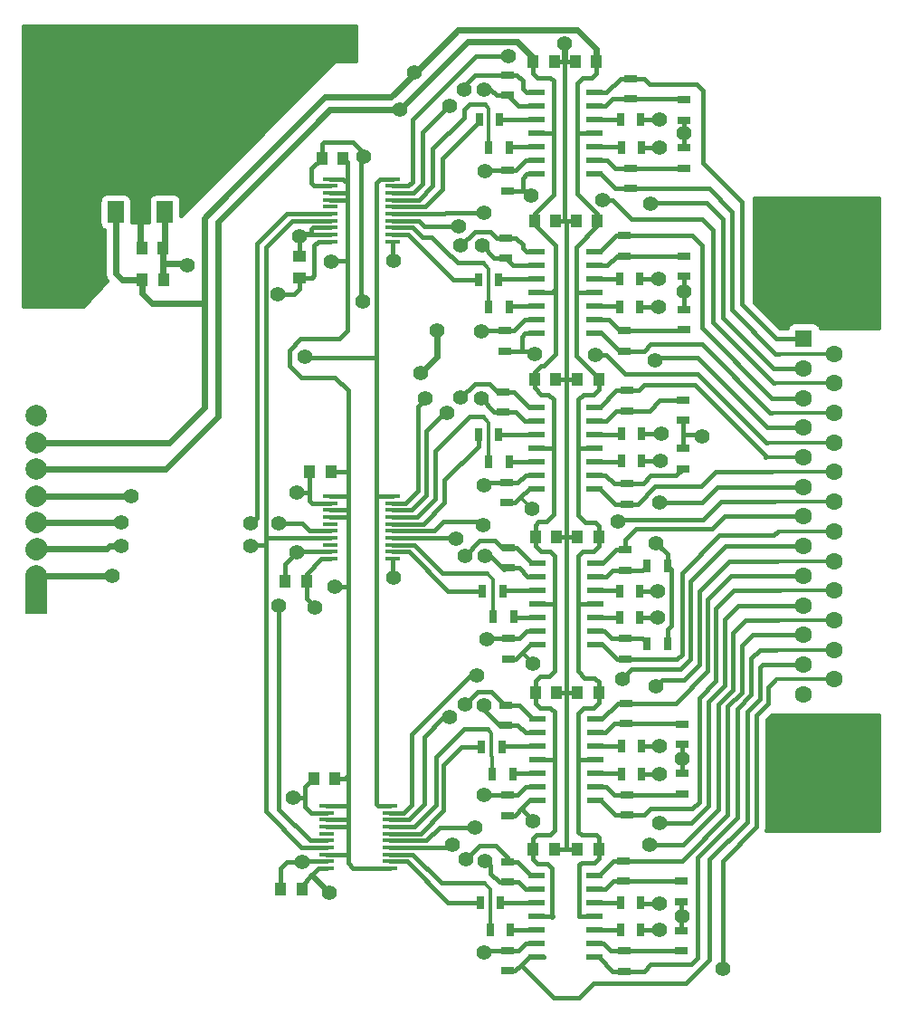
<source format=gbr>
G04 #@! TF.GenerationSoftware,KiCad,Pcbnew,(5.1.2)-1*
G04 #@! TF.CreationDate,2019-12-09T15:06:57+03:00*
G04 #@! TF.ProjectId,DAC_board,4441435f-626f-4617-9264-2e6b69636164,rev?*
G04 #@! TF.SameCoordinates,Original*
G04 #@! TF.FileFunction,Copper,L2,Bot*
G04 #@! TF.FilePolarity,Positive*
%FSLAX46Y46*%
G04 Gerber Fmt 4.6, Leading zero omitted, Abs format (unit mm)*
G04 Created by KiCad (PCBNEW (5.1.2)-1) date 2019-12-09 15:06:57*
%MOMM*%
%LPD*%
G04 APERTURE LIST*
%ADD10C,4.000000*%
%ADD11C,1.600000*%
%ADD12R,1.600000X1.600000*%
%ADD13R,1.000000X1.250000*%
%ADD14R,1.250000X1.000000*%
%ADD15R,0.700000X1.300000*%
%ADD16R,1.300000X0.700000*%
%ADD17R,1.450000X0.450000*%
%ADD18R,1.500000X0.600000*%
%ADD19R,3.800000X2.000000*%
%ADD20R,1.500000X2.000000*%
%ADD21C,2.000000*%
%ADD22R,2.000000X2.000000*%
%ADD23C,1.400000*%
%ADD24C,0.600000*%
%ADD25C,0.400000*%
%ADD26C,0.500000*%
%ADD27C,2.000000*%
%ADD28C,0.300000*%
G04 APERTURE END LIST*
D10*
X191220000Y-71370000D03*
X191220000Y-118470000D03*
D11*
X192640000Y-110155000D03*
X192640000Y-107385000D03*
X192640000Y-104615000D03*
X192640000Y-101845000D03*
X192640000Y-99075000D03*
X192640000Y-96305000D03*
X192640000Y-93535000D03*
X192640000Y-90765000D03*
X192640000Y-87995000D03*
X192640000Y-85225000D03*
X192640000Y-82455000D03*
X192640000Y-79685000D03*
X189800000Y-111540000D03*
X189800000Y-108770000D03*
X189800000Y-106000000D03*
X189800000Y-103230000D03*
X189800000Y-100460000D03*
X189800000Y-97690000D03*
X189800000Y-94920000D03*
X189800000Y-92150000D03*
X189800000Y-89380000D03*
X189800000Y-86610000D03*
X189800000Y-83840000D03*
X189800000Y-81070000D03*
D12*
X189800000Y-78300000D03*
D13*
X170400000Y-52400000D03*
X168400000Y-52400000D03*
X170500000Y-67300000D03*
X168500000Y-67300000D03*
X170600000Y-82100000D03*
X168600000Y-82100000D03*
X170600000Y-96800000D03*
X168600000Y-96800000D03*
X170600000Y-111400000D03*
X168600000Y-111400000D03*
X170600000Y-126000000D03*
X168600000Y-126000000D03*
X146700000Y-61400000D03*
X144700000Y-61400000D03*
X145550000Y-90700000D03*
X143550000Y-90700000D03*
X145950000Y-119400000D03*
X143950000Y-119400000D03*
X166500000Y-52400000D03*
X164500000Y-52400000D03*
X166600000Y-67300000D03*
X164600000Y-67300000D03*
X166600000Y-82100000D03*
X164600000Y-82100000D03*
X166700000Y-96800000D03*
X164700000Y-96800000D03*
X166700000Y-111400000D03*
X164700000Y-111400000D03*
X166500000Y-126000000D03*
X164500000Y-126000000D03*
D14*
X142600000Y-72600000D03*
X142600000Y-70600000D03*
D13*
X143250000Y-100950000D03*
X141250000Y-100950000D03*
X142850000Y-129750000D03*
X140850000Y-129750000D03*
X127850000Y-69800000D03*
X129850000Y-69800000D03*
X127900000Y-72750000D03*
X129900000Y-72750000D03*
D15*
X172650000Y-57800000D03*
X174550000Y-57800000D03*
X172750000Y-60400000D03*
X174650000Y-60400000D03*
D16*
X178600000Y-55950000D03*
X178600000Y-57850000D03*
X173600000Y-53950000D03*
X173600000Y-55850000D03*
X178600000Y-62350000D03*
X178600000Y-60450000D03*
X173600000Y-64250000D03*
X173600000Y-62350000D03*
D15*
X162250000Y-60400000D03*
X160350000Y-60400000D03*
X161350000Y-57800000D03*
X159450000Y-57800000D03*
D16*
X162100000Y-64450000D03*
X162100000Y-62550000D03*
X162100000Y-53650000D03*
X162100000Y-55550000D03*
D15*
X172550000Y-72700000D03*
X174450000Y-72700000D03*
X172550000Y-75300000D03*
X174450000Y-75300000D03*
D16*
X178600000Y-70550000D03*
X178600000Y-72450000D03*
X173000000Y-68650000D03*
X173000000Y-70550000D03*
X178600000Y-77450000D03*
X178600000Y-75550000D03*
X173000000Y-79450000D03*
X173000000Y-77550000D03*
D15*
X162250000Y-75300000D03*
X160350000Y-75300000D03*
X161250000Y-72800000D03*
X159350000Y-72800000D03*
D16*
X161800000Y-79450000D03*
X161800000Y-77550000D03*
X161900000Y-68850000D03*
X161900000Y-70750000D03*
D15*
X172750000Y-87200000D03*
X174650000Y-87200000D03*
X172750000Y-89700000D03*
X174650000Y-89700000D03*
D16*
X178500000Y-84050000D03*
X178500000Y-85950000D03*
X173300000Y-83150000D03*
X173300000Y-85050000D03*
X178500000Y-90450000D03*
X178500000Y-88550000D03*
X173300000Y-93750000D03*
X173300000Y-91850000D03*
D15*
X162250000Y-89800000D03*
X160350000Y-89800000D03*
X161250000Y-87300000D03*
X159350000Y-87300000D03*
D16*
X162000000Y-93650000D03*
X162000000Y-91750000D03*
X161700000Y-83250000D03*
X161700000Y-85150000D03*
D15*
X172550000Y-101900000D03*
X174450000Y-101900000D03*
X172550000Y-104400000D03*
X174450000Y-104400000D03*
X175150000Y-99500000D03*
X177050000Y-99500000D03*
D16*
X173100000Y-98050000D03*
X173100000Y-99950000D03*
D15*
X175150000Y-106800000D03*
X177050000Y-106800000D03*
D16*
X173100000Y-108250000D03*
X173100000Y-106350000D03*
D15*
X162650000Y-104300000D03*
X160750000Y-104300000D03*
X161650000Y-101900000D03*
X159750000Y-101900000D03*
D16*
X162200000Y-108250000D03*
X162200000Y-106350000D03*
X162200000Y-97850000D03*
X162200000Y-99750000D03*
D15*
X172725000Y-116400000D03*
X174625000Y-116400000D03*
X172750000Y-119000000D03*
X174650000Y-119000000D03*
D16*
X178400000Y-114350000D03*
X178400000Y-116250000D03*
X173200000Y-112400000D03*
X173200000Y-114300000D03*
X178400000Y-120850000D03*
X178400000Y-118950000D03*
X173275000Y-122850000D03*
X173275000Y-120950000D03*
D15*
X162575000Y-119000000D03*
X160675000Y-119000000D03*
X161550000Y-116500000D03*
X159650000Y-116500000D03*
D16*
X162125000Y-122875000D03*
X162125000Y-120975000D03*
X161900000Y-112550000D03*
X161900000Y-114450000D03*
D15*
X172675000Y-131025000D03*
X174575000Y-131025000D03*
X172675000Y-133575000D03*
X174575000Y-133575000D03*
D16*
X178375000Y-129025000D03*
X178375000Y-130925000D03*
X172925000Y-127100000D03*
X172925000Y-129000000D03*
X178375000Y-135550000D03*
X178375000Y-133650000D03*
X172975000Y-137450000D03*
X172975000Y-135550000D03*
D15*
X162375000Y-133600000D03*
X160475000Y-133600000D03*
X161425000Y-131025000D03*
X159525000Y-131025000D03*
D16*
X162075000Y-137425000D03*
X162075000Y-135525000D03*
X162075000Y-127225000D03*
X162075000Y-129125000D03*
D17*
X151375000Y-63350000D03*
X151375000Y-64000000D03*
X151375000Y-64650000D03*
X151375000Y-65300000D03*
X151375000Y-65950000D03*
X151375000Y-66600000D03*
X151375000Y-67250000D03*
X151375000Y-67900000D03*
X151375000Y-68550000D03*
X151375000Y-69200000D03*
X145475000Y-69200000D03*
X145475000Y-68550000D03*
X145475000Y-67900000D03*
X145475000Y-67250000D03*
X145475000Y-66600000D03*
X145475000Y-65950000D03*
X145475000Y-65300000D03*
X145475000Y-64650000D03*
X145475000Y-64000000D03*
X145475000Y-63350000D03*
X151375000Y-93025000D03*
X151375000Y-93675000D03*
X151375000Y-94325000D03*
X151375000Y-94975000D03*
X151375000Y-95625000D03*
X151375000Y-96275000D03*
X151375000Y-96925000D03*
X151375000Y-97575000D03*
X151375000Y-98225000D03*
X151375000Y-98875000D03*
X145475000Y-98875000D03*
X145475000Y-98225000D03*
X145475000Y-97575000D03*
X145475000Y-96925000D03*
X145475000Y-96275000D03*
X145475000Y-95625000D03*
X145475000Y-94975000D03*
X145475000Y-94325000D03*
X145475000Y-93675000D03*
X145475000Y-93025000D03*
X151050000Y-121975000D03*
X151050000Y-122625000D03*
X151050000Y-123275000D03*
X151050000Y-123925000D03*
X151050000Y-124575000D03*
X151050000Y-125225000D03*
X151050000Y-125875000D03*
X151050000Y-126525000D03*
X151050000Y-127175000D03*
X151050000Y-127825000D03*
X145150000Y-127825000D03*
X145150000Y-127175000D03*
X145150000Y-126525000D03*
X145150000Y-125875000D03*
X145150000Y-125225000D03*
X145150000Y-124575000D03*
X145150000Y-123925000D03*
X145150000Y-123275000D03*
X145150000Y-122625000D03*
X145150000Y-121975000D03*
D18*
X170200000Y-55290000D03*
X170200000Y-56560000D03*
X170200000Y-57830000D03*
X170200000Y-59100000D03*
X170200000Y-60370000D03*
X170200000Y-61640000D03*
X170200000Y-62910000D03*
X164800000Y-62910000D03*
X164800000Y-61640000D03*
X164800000Y-60370000D03*
X164800000Y-59100000D03*
X164800000Y-57830000D03*
X164800000Y-56560000D03*
X164800000Y-55290000D03*
X170200000Y-70190000D03*
X170200000Y-71460000D03*
X170200000Y-72730000D03*
X170200000Y-74000000D03*
X170200000Y-75270000D03*
X170200000Y-76540000D03*
X170200000Y-77810000D03*
X164800000Y-77810000D03*
X164800000Y-76540000D03*
X164800000Y-75270000D03*
X164800000Y-74000000D03*
X164800000Y-72730000D03*
X164800000Y-71460000D03*
X164800000Y-70190000D03*
X170200000Y-84690000D03*
X170200000Y-85960000D03*
X170200000Y-87230000D03*
X170200000Y-88500000D03*
X170200000Y-89770000D03*
X170200000Y-91040000D03*
X170200000Y-92310000D03*
X164800000Y-92310000D03*
X164800000Y-91040000D03*
X164800000Y-89770000D03*
X164800000Y-88500000D03*
X164800000Y-87230000D03*
X164800000Y-85960000D03*
X164800000Y-84690000D03*
X170300000Y-99290000D03*
X170300000Y-100560000D03*
X170300000Y-101830000D03*
X170300000Y-103100000D03*
X170300000Y-104370000D03*
X170300000Y-105640000D03*
X170300000Y-106910000D03*
X164900000Y-106910000D03*
X164900000Y-105640000D03*
X164900000Y-104370000D03*
X164900000Y-103100000D03*
X164900000Y-101830000D03*
X164900000Y-100560000D03*
X164900000Y-99290000D03*
X170300000Y-113890000D03*
X170300000Y-115160000D03*
X170300000Y-116430000D03*
X170300000Y-117700000D03*
X170300000Y-118970000D03*
X170300000Y-120240000D03*
X170300000Y-121510000D03*
X164900000Y-121510000D03*
X164900000Y-120240000D03*
X164900000Y-118970000D03*
X164900000Y-117700000D03*
X164900000Y-116430000D03*
X164900000Y-115160000D03*
X164900000Y-113890000D03*
X170200000Y-128490000D03*
X170200000Y-129760000D03*
X170200000Y-131030000D03*
X170200000Y-132300000D03*
X170200000Y-133570000D03*
X170200000Y-134840000D03*
X170200000Y-136110000D03*
X164800000Y-136110000D03*
X164800000Y-134840000D03*
X164800000Y-133570000D03*
X164800000Y-132300000D03*
X164800000Y-131030000D03*
X164800000Y-129760000D03*
X164800000Y-128490000D03*
D19*
X127700000Y-60150000D03*
D20*
X127700000Y-66450000D03*
X125400000Y-66450000D03*
X130000000Y-66450000D03*
D21*
X118000000Y-85490000D03*
X118000000Y-87990000D03*
X118000000Y-90490000D03*
X118000000Y-92990000D03*
X118000000Y-95490000D03*
X118000000Y-97990000D03*
X118000000Y-100490000D03*
D22*
X118000000Y-103000000D03*
D23*
X153400000Y-53400000D03*
X142600000Y-68700000D03*
X148500000Y-74850000D03*
X148600000Y-61300000D03*
X167400000Y-50700000D03*
X132100000Y-71400000D03*
X142000000Y-121200000D03*
X142850000Y-127200000D03*
X142400000Y-92700000D03*
X142400000Y-98250000D03*
X155500000Y-77500000D03*
X154000000Y-81500000D03*
X137200000Y-60100000D03*
X151400000Y-71000000D03*
X145600000Y-71100000D03*
X151400000Y-100650000D03*
X145900000Y-101500000D03*
X152000000Y-56900000D03*
X125100000Y-100500000D03*
X126900000Y-93000000D03*
X145400000Y-130100000D03*
X140600000Y-74100000D03*
X144050000Y-103400000D03*
X125900000Y-97700000D03*
X175500000Y-65700000D03*
X164325000Y-64925000D03*
X175900000Y-80300000D03*
X164600000Y-79700000D03*
X164400000Y-94200000D03*
X176300000Y-93600000D03*
X172800000Y-110100000D03*
X164500000Y-108700000D03*
X164500000Y-123400000D03*
X176300000Y-123600000D03*
X158000000Y-55000000D03*
X171000000Y-65300000D03*
X170300000Y-79800000D03*
X157700000Y-69600000D03*
X157700000Y-83800000D03*
X172400000Y-95400000D03*
X176000000Y-110800000D03*
X158100000Y-98600000D03*
X158100000Y-112500000D03*
X175400000Y-125600000D03*
X182200000Y-137200000D03*
X158200000Y-127000000D03*
X162200000Y-51900000D03*
X176300000Y-57800000D03*
X156700000Y-56500000D03*
X176300000Y-60400000D03*
X180300000Y-87400000D03*
X176000000Y-97400000D03*
X178400000Y-132300000D03*
X178400000Y-117600000D03*
X178600000Y-73900000D03*
X178600000Y-59100000D03*
X160000000Y-62600000D03*
X159900000Y-55000000D03*
X140700000Y-103300000D03*
X138050000Y-95600000D03*
X140700000Y-95550000D03*
X138050000Y-97650000D03*
X159900000Y-66500000D03*
X176200000Y-72700000D03*
X157500000Y-67800000D03*
X176200000Y-75300000D03*
X159600000Y-77600000D03*
X159700000Y-69600000D03*
X176500000Y-87200000D03*
X154400000Y-83900000D03*
X176400000Y-89700000D03*
X156400000Y-85200000D03*
X159900000Y-92000000D03*
X159600000Y-83900000D03*
X176100000Y-101900000D03*
X159800000Y-95700000D03*
X176100000Y-104400000D03*
X157300000Y-97000000D03*
X160100000Y-106400000D03*
X160000000Y-98600000D03*
X176300000Y-116400000D03*
X159200000Y-109800000D03*
X176300000Y-119000000D03*
X156700000Y-113700000D03*
X159900000Y-121000000D03*
X159900000Y-112600000D03*
X176300000Y-131100000D03*
X159000000Y-124000000D03*
X176300000Y-133600000D03*
X156900000Y-125600000D03*
X159900000Y-135700000D03*
X160000000Y-127100000D03*
X143100000Y-80000000D03*
X125900000Y-95500000D03*
D24*
X128800000Y-74950000D02*
X133700000Y-74950000D01*
X127900000Y-72750000D02*
X127900000Y-74050000D01*
X127900000Y-74050000D02*
X128800000Y-74950000D01*
X133600000Y-75000000D02*
X133700000Y-75000000D01*
X133650000Y-75000000D02*
X133600000Y-75000000D01*
X133700000Y-74950000D02*
X133650000Y-75000000D01*
X121510000Y-87990000D02*
X130410000Y-87990000D01*
X130410000Y-87990000D02*
X133700000Y-84700000D01*
X133700000Y-84700000D02*
X133700000Y-75000000D01*
X135850000Y-64850000D02*
X145000000Y-55700000D01*
X133700000Y-75000000D02*
X133700000Y-67000000D01*
X133700000Y-67000000D02*
X135850000Y-64850000D01*
X145000000Y-55700000D02*
X151150000Y-55700000D01*
X121510000Y-87990000D02*
X121500000Y-88000000D01*
D25*
X153700000Y-53100000D02*
X153750000Y-53100000D01*
X153400000Y-53400000D02*
X153700000Y-53100000D01*
D24*
X125400000Y-66450000D02*
X125400000Y-72150000D01*
X126000000Y-72750000D02*
X127900000Y-72750000D01*
X125400000Y-72150000D02*
X126000000Y-72750000D01*
X170400000Y-52400000D02*
X170400000Y-51200000D01*
X170400000Y-51200000D02*
X168600000Y-49400000D01*
X168600000Y-49400000D02*
X157450000Y-49400000D01*
X157450000Y-49400000D02*
X153750000Y-53100000D01*
X153750000Y-53100000D02*
X151150000Y-55700000D01*
D25*
X151150000Y-55700000D02*
X151100000Y-55750000D01*
X170600000Y-126000000D02*
X170600000Y-126900000D01*
X168800000Y-132300000D02*
X170200000Y-132300000D01*
X168800000Y-132300000D02*
X168800000Y-132300000D01*
X168800000Y-127500000D02*
X168800000Y-132300000D01*
X169000000Y-127300000D02*
X168800000Y-127500000D01*
X170200000Y-127300000D02*
X169000000Y-127300000D01*
X170600000Y-126900000D02*
X170200000Y-127300000D01*
X168700000Y-123000000D02*
X168700000Y-124400000D01*
X168700000Y-117700000D02*
X168700000Y-123000000D01*
X170600000Y-124900000D02*
X170600000Y-126000000D01*
X170400000Y-124700000D02*
X170600000Y-124900000D01*
X169000000Y-124700000D02*
X170400000Y-124700000D01*
X168700000Y-124400000D02*
X169000000Y-124700000D01*
X170600000Y-111400000D02*
X170600000Y-112300000D01*
X170100000Y-112800000D02*
X169200000Y-112800000D01*
X169200000Y-112800000D02*
X168700000Y-113300000D01*
X168700000Y-113300000D02*
X168700000Y-117700000D01*
X168700000Y-117700000D02*
X170300000Y-117700000D01*
X170600000Y-112300000D02*
X170100000Y-112800000D01*
X168700000Y-103100000D02*
X168700000Y-109400000D01*
X170600000Y-110400000D02*
X170600000Y-111400000D01*
X170200000Y-110000000D02*
X170600000Y-110400000D01*
X169300000Y-110000000D02*
X170200000Y-110000000D01*
X168700000Y-109400000D02*
X169300000Y-110000000D01*
X169100000Y-98200000D02*
X169100000Y-98200000D01*
X170100000Y-98200000D02*
X169100000Y-98200000D01*
X170600000Y-97700000D02*
X170100000Y-98200000D01*
X168700000Y-103100000D02*
X170300000Y-103100000D01*
X168700000Y-98600000D02*
X168700000Y-103100000D01*
X169100000Y-98200000D02*
X168700000Y-98600000D01*
X170600000Y-96800000D02*
X170600000Y-97700000D01*
X168700000Y-88400000D02*
X168700000Y-94800000D01*
X170600000Y-95800000D02*
X170600000Y-96800000D01*
X170300000Y-95500000D02*
X170600000Y-95800000D01*
X169400000Y-95500000D02*
X170300000Y-95500000D01*
X168700000Y-94800000D02*
X169400000Y-95500000D01*
X170600000Y-82100000D02*
X170600000Y-83000000D01*
X168700000Y-84000000D02*
X168700000Y-88400000D01*
X168700000Y-88400000D02*
X168700000Y-88500000D01*
X168700000Y-88500000D02*
X170200000Y-88500000D01*
X169200000Y-83500000D02*
X168700000Y-84000000D01*
X170100000Y-83500000D02*
X169200000Y-83500000D01*
X170600000Y-83000000D02*
X170100000Y-83500000D01*
X170400000Y-82100000D02*
X170400000Y-82400000D01*
X168500000Y-73700000D02*
X168500000Y-79900000D01*
X168500000Y-79900000D02*
X170400000Y-81800000D01*
X170400000Y-81800000D02*
X170400000Y-82100000D01*
X168600000Y-59000000D02*
X168600000Y-64700000D01*
X170500000Y-66600000D02*
X170500000Y-67300000D01*
X168600000Y-64700000D02*
X170500000Y-66600000D01*
X170500000Y-67300000D02*
X170500000Y-67700000D01*
X170500000Y-67700000D02*
X168500000Y-69700000D01*
X168500000Y-69700000D02*
X168500000Y-73700000D01*
X168500000Y-73700000D02*
X168500000Y-73800000D01*
X168500000Y-73800000D02*
X168700000Y-74000000D01*
X168700000Y-74000000D02*
X170200000Y-74000000D01*
X170400000Y-52400000D02*
X170400000Y-53500000D01*
X168700000Y-59100000D02*
X170200000Y-59100000D01*
X168600000Y-59000000D02*
X168700000Y-59100000D01*
X168600000Y-54400000D02*
X168600000Y-59000000D01*
X169100000Y-53900000D02*
X168600000Y-54400000D01*
X170000000Y-53900000D02*
X169100000Y-53900000D01*
X170400000Y-53500000D02*
X170000000Y-53900000D01*
D24*
X121510000Y-87990000D02*
X118010000Y-87990000D01*
D25*
X142600000Y-70600000D02*
X142600000Y-68700000D01*
D26*
X143900000Y-68550000D02*
X142750000Y-68550000D01*
X142750000Y-68550000D02*
X142600000Y-68700000D01*
D25*
X144700000Y-61400000D02*
X144700000Y-60100000D01*
X144700000Y-60100000D02*
X144900000Y-59900000D01*
X144900000Y-59900000D02*
X147600000Y-59900000D01*
X147600000Y-59900000D02*
X148600000Y-60900000D01*
X148600000Y-60900000D02*
X148600000Y-61300000D01*
X145475000Y-64000000D02*
X144000000Y-64000000D01*
X143700000Y-62400000D02*
X144700000Y-61400000D01*
X143700000Y-63700000D02*
X143700000Y-62400000D01*
X144000000Y-64000000D02*
X143700000Y-63700000D01*
X148400000Y-63800000D02*
X148400000Y-61500000D01*
X148500000Y-74850000D02*
X148400000Y-74750000D01*
X148400000Y-63800000D02*
X148400000Y-74750000D01*
X148400000Y-61500000D02*
X148600000Y-61300000D01*
D24*
X167400000Y-52400000D02*
X167400000Y-50700000D01*
X132000000Y-71300000D02*
X129850000Y-71300000D01*
X132100000Y-71400000D02*
X132000000Y-71300000D01*
X129850000Y-69800000D02*
X129850000Y-71300000D01*
X129850000Y-71300000D02*
X129850000Y-72700000D01*
X129850000Y-72700000D02*
X129900000Y-72750000D01*
X130000000Y-66450000D02*
X130000000Y-69650000D01*
D25*
X130000000Y-69650000D02*
X129850000Y-69800000D01*
X140850000Y-129750000D02*
X140850000Y-127800000D01*
X141450000Y-127200000D02*
X142850000Y-127200000D01*
X140850000Y-127800000D02*
X141450000Y-127200000D01*
X141250000Y-100950000D02*
X141250000Y-99400000D01*
X141250000Y-99400000D02*
X142400000Y-98250000D01*
X145150000Y-127175000D02*
X142875000Y-127175000D01*
X142000000Y-121200000D02*
X143150000Y-121200000D01*
X142875000Y-127175000D02*
X142850000Y-127200000D01*
X143150000Y-121200000D02*
X143000000Y-121200000D01*
X143000000Y-121200000D02*
X143150000Y-121200000D01*
X145475000Y-98225000D02*
X142425000Y-98225000D01*
X142425000Y-98225000D02*
X142400000Y-98250000D01*
X142400000Y-92700000D02*
X143550000Y-92700000D01*
X143550000Y-92700000D02*
X143450000Y-92700000D01*
X143450000Y-92700000D02*
X143550000Y-92700000D01*
X145475000Y-67900000D02*
X143900000Y-67900000D01*
X143900000Y-68550000D02*
X145475000Y-68550000D01*
X143750000Y-68400000D02*
X143900000Y-68550000D01*
X143750000Y-68050000D02*
X143750000Y-68400000D01*
X143900000Y-67900000D02*
X143750000Y-68050000D01*
X145150000Y-122625000D02*
X143725000Y-122625000D01*
X143150000Y-120200000D02*
X143950000Y-119400000D01*
X143150000Y-122050000D02*
X143150000Y-121200000D01*
X143150000Y-121200000D02*
X143150000Y-120200000D01*
X143725000Y-122625000D02*
X143150000Y-122050000D01*
X145475000Y-93675000D02*
X143775000Y-93675000D01*
X143550000Y-93450000D02*
X143550000Y-92700000D01*
X143550000Y-92700000D02*
X143550000Y-90700000D01*
X143775000Y-93675000D02*
X143550000Y-93450000D01*
X167600000Y-111400000D02*
X167600000Y-126000000D01*
X167600000Y-126000000D02*
X167600000Y-125900000D01*
X167600000Y-125900000D02*
X167600000Y-126000000D01*
X168800000Y-126000000D02*
X167800000Y-126000000D01*
X167800000Y-126000000D02*
X167600000Y-126000000D01*
X167600000Y-126000000D02*
X166600000Y-126000000D01*
X167600000Y-96600000D02*
X167600000Y-111400000D01*
X167500000Y-111300000D02*
X167500000Y-111400000D01*
X167600000Y-111400000D02*
X167500000Y-111300000D01*
X166700000Y-111400000D02*
X167500000Y-111400000D01*
X167500000Y-111400000D02*
X168600000Y-111400000D01*
X167600000Y-82000000D02*
X167600000Y-96600000D01*
X167600000Y-96600000D02*
X167600000Y-96800000D01*
X167600000Y-96800000D02*
X167600000Y-96700000D01*
X167600000Y-96700000D02*
X167600000Y-96800000D01*
X166700000Y-96800000D02*
X167600000Y-96800000D01*
X167600000Y-96800000D02*
X168600000Y-96800000D01*
X167600000Y-67300000D02*
X167600000Y-82000000D01*
X167600000Y-82000000D02*
X167500000Y-82100000D01*
X166500000Y-82100000D02*
X167500000Y-82100000D01*
X167500000Y-82100000D02*
X168400000Y-82100000D01*
X167400000Y-52400000D02*
X167400000Y-67100000D01*
X167400000Y-67100000D02*
X167600000Y-67300000D01*
X166600000Y-67300000D02*
X167600000Y-67300000D01*
X167600000Y-67300000D02*
X168500000Y-67300000D01*
X166500000Y-52400000D02*
X167400000Y-52400000D01*
X167400000Y-52400000D02*
X168400000Y-52400000D01*
D24*
X155500000Y-80000000D02*
X154000000Y-81500000D01*
X155500000Y-77500000D02*
X155500000Y-80000000D01*
X127700000Y-60150000D02*
X137150000Y-60150000D01*
X137150000Y-60150000D02*
X137200000Y-60100000D01*
D25*
X147100000Y-63750000D02*
X147100000Y-61800000D01*
X147100000Y-61800000D02*
X146700000Y-61400000D01*
X151375000Y-70975000D02*
X151400000Y-71000000D01*
X151375000Y-70975000D02*
X151375000Y-69200000D01*
X145600000Y-71100000D02*
X145700000Y-71000000D01*
X145700000Y-71000000D02*
X147100000Y-71000000D01*
D24*
X128150000Y-60150000D02*
X127700000Y-60150000D01*
X127700000Y-66450000D02*
X127700000Y-69650000D01*
D25*
X127700000Y-69650000D02*
X127850000Y-69800000D01*
X145550000Y-90700000D02*
X147150000Y-90700000D01*
X147150000Y-90700000D02*
X147100000Y-90700000D01*
X147100000Y-90700000D02*
X147150000Y-90700000D01*
X145950000Y-119400000D02*
X146850000Y-119400000D01*
X146850000Y-119400000D02*
X147150000Y-119100000D01*
X145150000Y-121975000D02*
X147150000Y-121975000D01*
X147000000Y-122000000D02*
X147150000Y-122000000D01*
X147125000Y-122000000D02*
X147000000Y-122000000D01*
X147150000Y-121975000D02*
X147125000Y-122000000D01*
X151375000Y-98875000D02*
X151375000Y-100625000D01*
X151375000Y-100625000D02*
X151400000Y-100650000D01*
X145900000Y-101500000D02*
X147150000Y-101500000D01*
X147150000Y-101500000D02*
X147100000Y-101500000D01*
X147100000Y-101500000D02*
X147150000Y-101500000D01*
X145475000Y-65300000D02*
X147100000Y-65300000D01*
X145475000Y-64650000D02*
X147100000Y-64650000D01*
X145475000Y-93025000D02*
X147150000Y-93025000D01*
X147100000Y-93000000D02*
X147150000Y-93000000D01*
X147125000Y-93000000D02*
X147100000Y-93000000D01*
X147150000Y-93025000D02*
X147125000Y-93000000D01*
X145475000Y-94975000D02*
X147150000Y-94975000D01*
X147100000Y-95000000D02*
X147150000Y-95000000D01*
X147125000Y-95000000D02*
X147100000Y-95000000D01*
X147150000Y-94975000D02*
X147125000Y-95000000D01*
X145475000Y-94325000D02*
X147150000Y-94325000D01*
X147200000Y-94350000D02*
X147150000Y-94350000D01*
X147175000Y-94350000D02*
X147200000Y-94350000D01*
X147150000Y-94325000D02*
X147175000Y-94350000D01*
X145150000Y-123925000D02*
X147150000Y-123925000D01*
X147100000Y-123850000D02*
X147150000Y-123850000D01*
X147100000Y-123875000D02*
X147100000Y-123850000D01*
X147150000Y-123925000D02*
X147100000Y-123875000D01*
X145150000Y-123275000D02*
X147150000Y-123275000D01*
X147100000Y-123250000D02*
X147150000Y-123250000D01*
X147125000Y-123250000D02*
X147100000Y-123250000D01*
X147150000Y-123275000D02*
X147125000Y-123250000D01*
X151050000Y-127825000D02*
X147625000Y-127825000D01*
X147150000Y-127350000D02*
X147150000Y-126400000D01*
X147625000Y-127825000D02*
X147150000Y-127350000D01*
X145475000Y-63350000D02*
X146700000Y-63350000D01*
X147025000Y-126525000D02*
X145150000Y-126525000D01*
X147150000Y-126400000D02*
X147025000Y-126525000D01*
X147150000Y-83150000D02*
X147150000Y-90700000D01*
X147150000Y-90700000D02*
X147150000Y-93000000D01*
X147150000Y-93000000D02*
X147150000Y-94350000D01*
X147150000Y-94350000D02*
X147150000Y-95000000D01*
X147150000Y-95000000D02*
X147150000Y-101500000D01*
X147150000Y-101500000D02*
X147150000Y-119100000D01*
X147150000Y-119100000D02*
X147150000Y-122000000D01*
X147150000Y-122000000D02*
X147150000Y-123250000D01*
X147150000Y-123250000D02*
X147150000Y-123850000D01*
X147150000Y-123850000D02*
X147150000Y-126400000D01*
X145950000Y-81950000D02*
X147150000Y-83150000D01*
X142800000Y-81950000D02*
X145950000Y-81950000D01*
X141650000Y-80800000D02*
X142800000Y-81950000D01*
X141650000Y-79350000D02*
X141650000Y-80800000D01*
X142700000Y-78300000D02*
X141650000Y-79350000D01*
X146300000Y-78300000D02*
X142700000Y-78300000D01*
X147100000Y-77500000D02*
X146300000Y-78300000D01*
X147100000Y-63750000D02*
X147100000Y-64650000D01*
X147100000Y-64650000D02*
X147100000Y-65300000D01*
X147100000Y-65300000D02*
X147100000Y-71000000D01*
X147100000Y-71000000D02*
X147100000Y-71850000D01*
X147100000Y-71850000D02*
X147100000Y-77500000D01*
X146700000Y-63350000D02*
X147100000Y-63750000D01*
D24*
X144200000Y-58100000D02*
X145400000Y-56900000D01*
X145400000Y-56900000D02*
X152000000Y-56900000D01*
X135000000Y-67350000D02*
X144200000Y-58150000D01*
X144200000Y-58150000D02*
X144200000Y-58100000D01*
X135000000Y-85600000D02*
X135000000Y-67350000D01*
X130125000Y-90475000D02*
X135000000Y-85600000D01*
D25*
X121025000Y-90475000D02*
X121000000Y-90500000D01*
D24*
X164500000Y-52000000D02*
X163000000Y-50500000D01*
X152000000Y-56900000D02*
X158400000Y-50500000D01*
X158400000Y-50500000D02*
X158950000Y-50500000D01*
X163000000Y-50500000D02*
X158950000Y-50500000D01*
D25*
X164500000Y-52400000D02*
X164500000Y-52000000D01*
X164500000Y-126000000D02*
X164500000Y-127000000D01*
X166300000Y-132300000D02*
X164700000Y-132300000D01*
X166200000Y-132400000D02*
X166300000Y-132300000D01*
X166200000Y-127800000D02*
X166200000Y-132400000D01*
X165800000Y-127400000D02*
X166200000Y-127800000D01*
X164900000Y-127400000D02*
X165800000Y-127400000D01*
X164500000Y-127000000D02*
X164900000Y-127400000D01*
X166500000Y-123100000D02*
X166500000Y-124300000D01*
X166500000Y-117700000D02*
X166500000Y-123100000D01*
X164500000Y-125000000D02*
X164500000Y-126000000D01*
X164800000Y-124700000D02*
X164500000Y-125000000D01*
X166100000Y-124700000D02*
X164800000Y-124700000D01*
X166500000Y-124300000D02*
X166100000Y-124700000D01*
X164900000Y-117700000D02*
X166500000Y-117700000D01*
X164700000Y-112400000D02*
X165100000Y-112800000D01*
X165100000Y-112800000D02*
X166100000Y-112800000D01*
X166100000Y-112800000D02*
X166500000Y-113200000D01*
X166500000Y-113200000D02*
X166500000Y-117700000D01*
X164700000Y-112400000D02*
X164700000Y-111400000D01*
X166500000Y-103000000D02*
X166500000Y-109400000D01*
X164700000Y-110300000D02*
X164700000Y-111400000D01*
X165100000Y-109900000D02*
X164700000Y-110300000D01*
X166000000Y-109900000D02*
X165100000Y-109900000D01*
X166500000Y-109400000D02*
X166000000Y-109900000D01*
X164700000Y-96800000D02*
X164700000Y-97700000D01*
X166400000Y-103100000D02*
X164900000Y-103100000D01*
X166500000Y-103000000D02*
X166400000Y-103100000D01*
X166500000Y-98600000D02*
X166500000Y-103000000D01*
X166100000Y-98200000D02*
X166500000Y-98600000D01*
X165200000Y-98200000D02*
X166100000Y-98200000D01*
X164700000Y-97700000D02*
X165200000Y-98200000D01*
X166400000Y-88500000D02*
X166400000Y-94700000D01*
X164700000Y-95700000D02*
X164700000Y-96800000D01*
X165000000Y-95400000D02*
X164700000Y-95700000D01*
X165700000Y-95400000D02*
X165000000Y-95400000D01*
X166400000Y-94700000D02*
X165700000Y-95400000D01*
X164600000Y-82100000D02*
X164600000Y-81400000D01*
X166600000Y-79700000D02*
X166600000Y-73600000D01*
X165500000Y-80800000D02*
X166600000Y-79700000D01*
X165200000Y-80800000D02*
X165500000Y-80800000D01*
X164600000Y-81400000D02*
X165200000Y-80800000D01*
X164600000Y-82100000D02*
X164600000Y-82900000D01*
X166400000Y-84000000D02*
X166400000Y-88500000D01*
X166400000Y-88500000D02*
X166400000Y-88600000D01*
X166400000Y-88600000D02*
X166300000Y-88500000D01*
X166300000Y-88500000D02*
X164800000Y-88500000D01*
X165900000Y-83500000D02*
X166400000Y-84000000D01*
X165200000Y-83500000D02*
X165900000Y-83500000D01*
X164600000Y-82900000D02*
X165200000Y-83500000D01*
X164500000Y-82100000D02*
X164500000Y-82300000D01*
X164500000Y-81800000D02*
X164500000Y-82100000D01*
X166400000Y-59000000D02*
X166400000Y-64800000D01*
X164600000Y-66600000D02*
X164600000Y-67300000D01*
X166400000Y-64800000D02*
X164600000Y-66600000D01*
X164600000Y-67300000D02*
X164600000Y-67600000D01*
X164600000Y-67600000D02*
X166600000Y-69600000D01*
X166600000Y-69600000D02*
X166600000Y-73600000D01*
X166600000Y-73600000D02*
X166200000Y-74000000D01*
X166200000Y-74000000D02*
X164800000Y-74000000D01*
X164500000Y-52400000D02*
X164500000Y-53500000D01*
X166300000Y-59100000D02*
X164800000Y-59100000D01*
X166400000Y-59000000D02*
X166300000Y-59100000D01*
X166400000Y-54200000D02*
X166400000Y-59000000D01*
X166100000Y-53900000D02*
X166400000Y-54200000D01*
X164900000Y-53900000D02*
X166100000Y-53900000D01*
X164500000Y-53500000D02*
X164900000Y-53900000D01*
D24*
X121525000Y-90475000D02*
X118175000Y-90475000D01*
X121525000Y-90475000D02*
X130125000Y-90475000D01*
X121025000Y-90475000D02*
X121525000Y-90475000D01*
X121000000Y-100500000D02*
X125100000Y-100500000D01*
D27*
X118010000Y-100500000D02*
X118000000Y-100490000D01*
X118000000Y-100490000D02*
X118000000Y-103000000D01*
D24*
X121000000Y-100500000D02*
X117900000Y-100500000D01*
D27*
X118010000Y-93000000D02*
X118000000Y-92990000D01*
D24*
X126900000Y-93000000D02*
X121600000Y-93000000D01*
X121600000Y-93000000D02*
X118000000Y-93000000D01*
D26*
X143725000Y-128525000D02*
X143825000Y-128525000D01*
X143825000Y-128525000D02*
X145400000Y-130100000D01*
D25*
X142600000Y-72600000D02*
X142600000Y-73600000D01*
X142100000Y-74100000D02*
X140600000Y-74100000D01*
X142600000Y-73600000D02*
X142100000Y-74100000D01*
X142600000Y-72600000D02*
X143800000Y-72600000D01*
X144400000Y-69200000D02*
X145475000Y-69200000D01*
X144000000Y-69600000D02*
X144400000Y-69200000D01*
X144000000Y-72400000D02*
X144000000Y-69600000D01*
X143800000Y-72600000D02*
X144000000Y-72400000D01*
X144050000Y-103400000D02*
X143250000Y-102600000D01*
X143250000Y-102600000D02*
X143250000Y-100950000D01*
X145150000Y-127825000D02*
X144425000Y-127825000D01*
X144425000Y-127825000D02*
X143725000Y-128525000D01*
X143725000Y-128525000D02*
X142850000Y-129400000D01*
X142850000Y-129400000D02*
X142850000Y-129750000D01*
X145475000Y-98875000D02*
X144675000Y-98875000D01*
X143250000Y-100300000D02*
X143250000Y-100950000D01*
X144675000Y-98875000D02*
X143250000Y-100300000D01*
D24*
X124800000Y-97700000D02*
X124600000Y-97900000D01*
X124600000Y-97900000D02*
X120700000Y-97900000D01*
X124800000Y-97700000D02*
X125900000Y-97700000D01*
D27*
X118090000Y-97900000D02*
X118000000Y-97990000D01*
D24*
X120700000Y-97900000D02*
X118100000Y-97900000D01*
D25*
X173600000Y-53950000D02*
X174850000Y-53950000D01*
X184000000Y-65500000D02*
X184000000Y-74800000D01*
X180400000Y-61900000D02*
X184000000Y-65500000D01*
X180400000Y-55100000D02*
X180400000Y-61900000D01*
X179800000Y-54500000D02*
X180400000Y-55100000D01*
X175400000Y-54500000D02*
X179800000Y-54500000D01*
X174850000Y-53950000D02*
X175400000Y-54500000D01*
X170200000Y-55290000D02*
X171310000Y-55290000D01*
X172650000Y-53950000D02*
X173600000Y-53950000D01*
X171310000Y-55290000D02*
X172650000Y-53950000D01*
X184000000Y-74800000D02*
X184000000Y-75100000D01*
X184000000Y-75100000D02*
X187200000Y-78300000D01*
X187200000Y-78300000D02*
X189900000Y-78300000D01*
X164800000Y-62910000D02*
X163890000Y-62910000D01*
X163500000Y-63300000D02*
X163500000Y-64450000D01*
X163890000Y-62910000D02*
X163500000Y-63300000D01*
X162100000Y-64450000D02*
X163500000Y-64450000D01*
X163500000Y-64450000D02*
X163850000Y-64450000D01*
X163850000Y-64450000D02*
X164325000Y-64925000D01*
X162100000Y-64450000D02*
X162550000Y-64450000D01*
X175600000Y-65600000D02*
X175500000Y-65700000D01*
X180700000Y-65600000D02*
X175600000Y-65600000D01*
X188668630Y-81070000D02*
X188638630Y-81100000D01*
X189800000Y-81070000D02*
X188668630Y-81070000D01*
X188638630Y-81100000D02*
X187000000Y-81100000D01*
X187000000Y-81100000D02*
X182200000Y-76300000D01*
X182200000Y-76300000D02*
X182200000Y-67100000D01*
X182200000Y-67100000D02*
X180700000Y-65600000D01*
X173000000Y-68650000D02*
X179350000Y-68650000D01*
X180300000Y-69600000D02*
X180300000Y-77300000D01*
X179350000Y-68650000D02*
X180300000Y-69600000D01*
X170200000Y-70190000D02*
X170710000Y-70190000D01*
X170710000Y-70190000D02*
X172250000Y-68650000D01*
X172250000Y-68650000D02*
X173000000Y-68650000D01*
X186970000Y-83840000D02*
X186960000Y-83850000D01*
X189800000Y-83840000D02*
X186970000Y-83840000D01*
X186840000Y-83840000D02*
X180300000Y-77300000D01*
X186970000Y-83840000D02*
X186840000Y-83840000D01*
X176100000Y-80100000D02*
X179700000Y-80100000D01*
X175900000Y-80300000D02*
X176100000Y-80100000D01*
X163350000Y-79450000D02*
X164350000Y-79450000D01*
X164350000Y-79450000D02*
X164600000Y-79700000D01*
X164800000Y-77810000D02*
X163690000Y-77810000D01*
X163350000Y-79450000D02*
X161800000Y-79450000D01*
X163400000Y-79400000D02*
X163350000Y-79450000D01*
X163400000Y-78100000D02*
X163400000Y-79400000D01*
X163690000Y-77810000D02*
X163400000Y-78100000D01*
X188668630Y-86610000D02*
X189800000Y-86610000D01*
X188658630Y-86600000D02*
X188668630Y-86610000D01*
X186350000Y-86600000D02*
X188658630Y-86600000D01*
X179700000Y-80100000D02*
X179850000Y-80100000D01*
X179850000Y-80100000D02*
X186350000Y-86600000D01*
X174350000Y-83150000D02*
X174900000Y-82600000D01*
X174900000Y-82600000D02*
X179600000Y-82600000D01*
X174350000Y-83150000D02*
X173300000Y-83150000D01*
X170200000Y-84690000D02*
X170710000Y-84690000D01*
X170710000Y-84690000D02*
X172250000Y-83150000D01*
X172250000Y-83150000D02*
X173300000Y-83150000D01*
D28*
X188638630Y-89350000D02*
X186250000Y-89350000D01*
X188668630Y-89380000D02*
X188638630Y-89350000D01*
X189800000Y-89380000D02*
X188668630Y-89380000D01*
D25*
X186250000Y-89250000D02*
X179600000Y-82600000D01*
X186250000Y-89350000D02*
X186250000Y-89250000D01*
D28*
X164400000Y-94200000D02*
X163300000Y-93100000D01*
D25*
X162000000Y-93650000D02*
X162750000Y-93650000D01*
X162750000Y-93650000D02*
X163300000Y-93100000D01*
X163300000Y-93100000D02*
X164090000Y-92310000D01*
X164090000Y-92310000D02*
X164800000Y-92310000D01*
X180300000Y-93600000D02*
X176300000Y-93600000D01*
X181750000Y-92150000D02*
X180300000Y-93600000D01*
X189800000Y-92150000D02*
X181750000Y-92150000D01*
X173100000Y-98050000D02*
X173100000Y-97100000D01*
X174100000Y-96100000D02*
X181200000Y-96100000D01*
X173100000Y-97100000D02*
X174100000Y-96100000D01*
X170300000Y-99290000D02*
X171010000Y-99290000D01*
X171010000Y-99290000D02*
X172250000Y-98050000D01*
X172250000Y-98050000D02*
X173100000Y-98050000D01*
X182380000Y-94920000D02*
X181200000Y-96100000D01*
X189800000Y-94920000D02*
X182380000Y-94920000D01*
X162200000Y-108250000D02*
X162850000Y-108250000D01*
X162850000Y-108250000D02*
X163400000Y-107700000D01*
X163400000Y-107700000D02*
X164190000Y-106910000D01*
X164190000Y-106910000D02*
X164900000Y-106910000D01*
X172800000Y-110100000D02*
X173700000Y-109200000D01*
X173700000Y-109200000D02*
X178300000Y-109200000D01*
X178300000Y-109200000D02*
X179200000Y-108300000D01*
D28*
X163500000Y-107700000D02*
X164500000Y-108700000D01*
X163500000Y-107700000D02*
X163400000Y-107700000D01*
D25*
X179200000Y-108300000D02*
X179200000Y-101000000D01*
X182510000Y-97690000D02*
X179200000Y-101000000D01*
X189800000Y-97690000D02*
X182510000Y-97690000D01*
X173200000Y-112400000D02*
X177800000Y-112400000D01*
X180800000Y-109400000D02*
X180800000Y-102700000D01*
X177800000Y-112400000D02*
X180800000Y-109400000D01*
X170300000Y-113890000D02*
X170910000Y-113890000D01*
X170910000Y-113890000D02*
X172400000Y-112400000D01*
X172400000Y-112400000D02*
X173200000Y-112400000D01*
X183040000Y-100460000D02*
X180800000Y-102700000D01*
X189800000Y-100460000D02*
X183040000Y-100460000D01*
X163500000Y-122100000D02*
X163500000Y-122400000D01*
X163500000Y-122400000D02*
X164500000Y-123400000D01*
X176300000Y-123600000D02*
X176300000Y-123600000D01*
X176300000Y-123600000D02*
X179300000Y-123600000D01*
X179300000Y-123600000D02*
X180900000Y-122000000D01*
X180900000Y-122000000D02*
X180900000Y-112200000D01*
X180900000Y-112200000D02*
X182400000Y-110700000D01*
X182400000Y-110700000D02*
X182400000Y-104500000D01*
X162125000Y-122875000D02*
X162725000Y-122875000D01*
X162725000Y-122875000D02*
X163500000Y-122100000D01*
X163500000Y-122100000D02*
X164090000Y-121510000D01*
X164090000Y-121510000D02*
X164900000Y-121510000D01*
X183670000Y-103230000D02*
X182400000Y-104500000D01*
X189800000Y-103230000D02*
X183670000Y-103230000D01*
X172925000Y-127100000D02*
X174000000Y-127100000D01*
X184000000Y-111400000D02*
X184000000Y-107000000D01*
X182700000Y-112700000D02*
X184000000Y-111400000D01*
X182700000Y-122800000D02*
X182700000Y-112700000D01*
X178400000Y-127100000D02*
X182700000Y-122800000D01*
X174000000Y-127100000D02*
X178400000Y-127100000D01*
X174000000Y-127100000D02*
X174000000Y-127100000D01*
X170200000Y-128490000D02*
X170610000Y-128490000D01*
X170610000Y-128490000D02*
X172000000Y-127100000D01*
X172000000Y-127100000D02*
X172925000Y-127100000D01*
X185000000Y-106000000D02*
X184000000Y-107000000D01*
X189800000Y-106000000D02*
X185000000Y-106000000D01*
X178800000Y-138600000D02*
X170100000Y-138600000D01*
X178800000Y-138600000D02*
X181000000Y-136400000D01*
X184500000Y-113200000D02*
X185700000Y-112000000D01*
X184500000Y-123500000D02*
X184500000Y-113200000D01*
X181000000Y-127000000D02*
X184500000Y-123500000D01*
X181000000Y-136400000D02*
X181000000Y-127000000D01*
X166400000Y-139900000D02*
X163350000Y-136850000D01*
X168800000Y-139900000D02*
X166400000Y-139900000D01*
X170100000Y-138600000D02*
X168800000Y-139900000D01*
X164800000Y-136110000D02*
X165510000Y-136110000D01*
X162075000Y-137425000D02*
X162775000Y-137425000D01*
X162775000Y-137425000D02*
X163350000Y-136850000D01*
X163350000Y-136850000D02*
X164090000Y-136110000D01*
X164090000Y-136110000D02*
X164800000Y-136110000D01*
X189800000Y-108770000D02*
X185980000Y-108770000D01*
X185700000Y-109050000D02*
X185700000Y-112000000D01*
X185980000Y-108770000D02*
X185700000Y-109050000D01*
X170200000Y-62910000D02*
X170810000Y-62910000D01*
X170810000Y-62910000D02*
X172150000Y-64250000D01*
X172150000Y-64250000D02*
X173600000Y-64250000D01*
D28*
X192640000Y-79685000D02*
X187465000Y-79685000D01*
D25*
X187185000Y-79685000D02*
X187465000Y-79685000D01*
X183100000Y-75600000D02*
X187185000Y-79685000D01*
X183100000Y-66400000D02*
X183100000Y-75600000D01*
X173600000Y-64250000D02*
X180950000Y-64250000D01*
X180950000Y-64250000D02*
X183100000Y-66400000D01*
X158000000Y-55000000D02*
X158000000Y-54700000D01*
X159050000Y-53650000D02*
X162100000Y-53650000D01*
X158000000Y-54700000D02*
X159050000Y-53650000D01*
X171000000Y-65300000D02*
X171900000Y-65300000D01*
X173700000Y-67100000D02*
X180300000Y-67100000D01*
X180300000Y-67100000D02*
X181300000Y-68100000D01*
X181300000Y-68100000D02*
X181300000Y-76800000D01*
X171900000Y-65300000D02*
X173700000Y-67100000D01*
X171000000Y-65300000D02*
X171100000Y-65400000D01*
X164800000Y-55290000D02*
X163890000Y-55290000D01*
X163890000Y-55290000D02*
X163500000Y-54900000D01*
X163500000Y-54900000D02*
X163500000Y-54200000D01*
X163500000Y-54200000D02*
X162950000Y-53650000D01*
X162950000Y-53650000D02*
X162100000Y-53650000D01*
X164800000Y-55290000D02*
X164690000Y-55290000D01*
D28*
X187105000Y-82455000D02*
X187100000Y-82450000D01*
X192640000Y-82455000D02*
X187105000Y-82455000D01*
D25*
X186955000Y-82455000D02*
X181300000Y-76800000D01*
X187105000Y-82455000D02*
X186955000Y-82455000D01*
X170200000Y-77810000D02*
X170910000Y-77810000D01*
X170910000Y-77810000D02*
X172550000Y-79450000D01*
X172550000Y-79450000D02*
X173000000Y-79450000D01*
D28*
X192640000Y-85225000D02*
X186775000Y-85225000D01*
D25*
X174850000Y-79450000D02*
X173000000Y-79450000D01*
X175500000Y-78800000D02*
X174850000Y-79450000D01*
X180250000Y-78800000D02*
X175500000Y-78800000D01*
X186775000Y-85225000D02*
X186675000Y-85225000D01*
X186675000Y-85225000D02*
X180250000Y-78800000D01*
X171300000Y-79800000D02*
X173100000Y-81600000D01*
X173100000Y-81600000D02*
X179900000Y-81600000D01*
X161050000Y-68850000D02*
X161900000Y-68850000D01*
X159000000Y-68300000D02*
X157700000Y-69600000D01*
X160500000Y-68300000D02*
X159000000Y-68300000D01*
X161050000Y-68850000D02*
X160500000Y-68300000D01*
X170300000Y-79800000D02*
X171300000Y-79800000D01*
X161900000Y-68850000D02*
X162850000Y-68850000D01*
X163890000Y-70190000D02*
X164800000Y-70190000D01*
X163500000Y-69800000D02*
X163890000Y-70190000D01*
X163500000Y-69500000D02*
X163500000Y-69800000D01*
X162850000Y-68850000D02*
X163500000Y-69500000D01*
D28*
X186355000Y-87995000D02*
X186350000Y-88000000D01*
X192640000Y-87995000D02*
X186355000Y-87995000D01*
D25*
X186295000Y-87995000D02*
X179900000Y-81600000D01*
X186355000Y-87995000D02*
X186295000Y-87995000D01*
X170200000Y-92310000D02*
X170710000Y-92310000D01*
X170710000Y-92310000D02*
X172150000Y-93750000D01*
X172150000Y-93750000D02*
X173300000Y-93750000D01*
D28*
X191508630Y-90765000D02*
X191493630Y-90750000D01*
X192640000Y-90765000D02*
X191508630Y-90765000D01*
X191493630Y-90750000D02*
X186850000Y-90750000D01*
D25*
X175900000Y-92100000D02*
X180200000Y-92100000D01*
X173300000Y-93750000D02*
X174250000Y-93750000D01*
X174250000Y-93750000D02*
X175900000Y-92100000D01*
X181550000Y-90750000D02*
X180200000Y-92100000D01*
X186850000Y-90750000D02*
X181550000Y-90750000D01*
X161150000Y-83250000D02*
X160400000Y-82500000D01*
X159000000Y-82500000D02*
X157700000Y-83800000D01*
X160400000Y-82500000D02*
X159000000Y-82500000D01*
X161700000Y-83250000D02*
X161150000Y-83250000D01*
X164800000Y-84690000D02*
X164090000Y-84690000D01*
X164090000Y-84690000D02*
X162650000Y-83250000D01*
X162650000Y-83250000D02*
X161700000Y-83250000D01*
D28*
X192640000Y-93535000D02*
X187065000Y-93535000D01*
D25*
X172600000Y-95200000D02*
X172400000Y-95400000D01*
X180400000Y-95200000D02*
X172600000Y-95200000D01*
X187065000Y-93535000D02*
X182065000Y-93535000D01*
X182065000Y-93535000D02*
X180400000Y-95200000D01*
X173100000Y-108250000D02*
X173950000Y-108250000D01*
X178400000Y-107800000D02*
X178400000Y-100200000D01*
X177900000Y-108300000D02*
X178400000Y-107800000D01*
X173900000Y-108300000D02*
X177900000Y-108300000D01*
X173950000Y-108250000D02*
X173900000Y-108300000D01*
X170300000Y-106910000D02*
X171010000Y-106910000D01*
X171010000Y-106910000D02*
X172350000Y-108250000D01*
X172350000Y-108250000D02*
X173100000Y-108250000D01*
D28*
X191508630Y-96305000D02*
X191503630Y-96300000D01*
X192640000Y-96305000D02*
X191508630Y-96305000D01*
X191503630Y-96300000D02*
X187400000Y-96300000D01*
D25*
X181899991Y-96700009D02*
X178400000Y-100200000D01*
X186999991Y-96700009D02*
X181899991Y-96700009D01*
X187400000Y-96300000D02*
X186999991Y-96700009D01*
X176000000Y-110800000D02*
X176600000Y-110200000D01*
X176600000Y-110200000D02*
X178600000Y-110200000D01*
X178600000Y-110200000D02*
X180000000Y-108800000D01*
X160900000Y-97200000D02*
X159500000Y-97200000D01*
X159500000Y-97200000D02*
X158100000Y-98600000D01*
X161550000Y-97850000D02*
X160900000Y-97200000D01*
X180000000Y-108800000D02*
X180000000Y-101900000D01*
X162200000Y-97850000D02*
X161550000Y-97850000D01*
X164900000Y-99290000D02*
X164390000Y-99290000D01*
X164390000Y-99290000D02*
X162950000Y-97850000D01*
X162950000Y-97850000D02*
X162200000Y-97850000D01*
D28*
X192640000Y-99075000D02*
X187325000Y-99075000D01*
D25*
X182825000Y-99075000D02*
X180000000Y-101900000D01*
X187325000Y-99075000D02*
X182825000Y-99075000D01*
X174850000Y-122850000D02*
X175500000Y-122200000D01*
X175500000Y-122200000D02*
X179400000Y-122200000D01*
X179400000Y-122200000D02*
X180000000Y-121600000D01*
X180000000Y-121600000D02*
X180000000Y-111900000D01*
X180000000Y-111900000D02*
X181600000Y-110300000D01*
X181600000Y-110300000D02*
X181600000Y-103500000D01*
X174850000Y-122850000D02*
X173275000Y-122850000D01*
X170300000Y-121510000D02*
X170810000Y-121510000D01*
X170810000Y-121510000D02*
X172150000Y-122850000D01*
X172150000Y-122850000D02*
X173275000Y-122850000D01*
D28*
X192640000Y-101845000D02*
X187555000Y-101845000D01*
D25*
X183255000Y-101845000D02*
X181600000Y-103500000D01*
X187555000Y-101845000D02*
X183255000Y-101845000D01*
X161850000Y-112550000D02*
X160600000Y-111300000D01*
X159300000Y-111300000D02*
X158100000Y-112500000D01*
X160600000Y-111300000D02*
X159300000Y-111300000D01*
X175400000Y-125600000D02*
X178000000Y-125600000D01*
X181800000Y-122300000D02*
X178500000Y-125600000D01*
X178500000Y-125600000D02*
X178000000Y-125600000D01*
X181800000Y-122300000D02*
X181800000Y-112500000D01*
X181800000Y-112500000D02*
X183200000Y-111100000D01*
X183200000Y-111100000D02*
X183200000Y-105800000D01*
X178000000Y-125600000D02*
X177900000Y-125600000D01*
X161900000Y-112550000D02*
X161850000Y-112550000D01*
X164900000Y-113890000D02*
X164490000Y-113890000D01*
X164490000Y-113890000D02*
X163150000Y-112550000D01*
X163150000Y-112550000D02*
X161900000Y-112550000D01*
D28*
X192640000Y-104615000D02*
X187385000Y-104615000D01*
D25*
X184385000Y-104615000D02*
X183200000Y-105800000D01*
X187385000Y-104615000D02*
X184385000Y-104615000D01*
X174850000Y-137450000D02*
X175500000Y-136800000D01*
X175500000Y-136800000D02*
X179300000Y-136800000D01*
X179300000Y-136800000D02*
X179900000Y-136200000D01*
X179900000Y-136200000D02*
X179900000Y-126800000D01*
X179900000Y-126800000D02*
X183600000Y-123100000D01*
X183600000Y-123100000D02*
X183600000Y-112900000D01*
X183600000Y-112900000D02*
X184900000Y-111600000D01*
X184900000Y-111600000D02*
X184900000Y-108200000D01*
X184900000Y-108200000D02*
X185700000Y-107400000D01*
X185700000Y-107400000D02*
X187200000Y-107400000D01*
X174850000Y-137450000D02*
X172975000Y-137450000D01*
X170200000Y-136110000D02*
X170610000Y-136110000D01*
X170610000Y-136110000D02*
X171950000Y-137450000D01*
X171950000Y-137450000D02*
X172975000Y-137450000D01*
D28*
X187215000Y-107385000D02*
X187200000Y-107400000D01*
X192640000Y-107385000D02*
X187215000Y-107385000D01*
D25*
X185400000Y-113500000D02*
X186500000Y-112400000D01*
X186500000Y-112400000D02*
X186500000Y-110900000D01*
X186500000Y-110900000D02*
X187100000Y-110300000D01*
X162075000Y-126775000D02*
X162075000Y-127225000D01*
X185400000Y-123900000D02*
X185400000Y-114600000D01*
X182200000Y-127100000D02*
X185400000Y-123900000D01*
X182200000Y-130000000D02*
X182200000Y-127100000D01*
X182200000Y-137200000D02*
X182200000Y-130000000D01*
X159500000Y-125700000D02*
X158200000Y-127000000D01*
X161000000Y-125700000D02*
X159500000Y-125700000D01*
X162075000Y-126775000D02*
X161000000Y-125700000D01*
X185400000Y-114600000D02*
X185400000Y-113500000D01*
X164800000Y-128490000D02*
X164290000Y-128490000D01*
X164290000Y-128490000D02*
X163025000Y-127225000D01*
X163025000Y-127225000D02*
X162075000Y-127225000D01*
D28*
X187245000Y-110155000D02*
X187100000Y-110300000D01*
X192640000Y-110155000D02*
X187245000Y-110155000D01*
D25*
X170200000Y-57830000D02*
X172620000Y-57830000D01*
X172620000Y-57830000D02*
X172650000Y-57800000D01*
X162200000Y-51900000D02*
X159100000Y-51900000D01*
X174550000Y-57800000D02*
X176300000Y-57800000D01*
X152800000Y-64000000D02*
X151375000Y-64000000D01*
X153200000Y-63600000D02*
X152800000Y-64000000D01*
X153200000Y-57800000D02*
X153200000Y-63600000D01*
X159100000Y-51900000D02*
X153200000Y-57800000D01*
X170200000Y-60370000D02*
X172720000Y-60370000D01*
X172720000Y-60370000D02*
X172750000Y-60400000D01*
X156700000Y-56500000D02*
X156600000Y-56500000D01*
X174650000Y-60400000D02*
X176300000Y-60400000D01*
X153250000Y-64650000D02*
X151375000Y-64650000D01*
X154100000Y-63800000D02*
X153250000Y-64650000D01*
X154100000Y-59000000D02*
X154100000Y-63800000D01*
X156600000Y-56500000D02*
X154100000Y-59000000D01*
X173600000Y-55850000D02*
X178500000Y-55850000D01*
X178500000Y-55850000D02*
X178600000Y-55950000D01*
X178500000Y-55850000D02*
X178600000Y-55950000D01*
X170200000Y-56560000D02*
X171240000Y-56560000D01*
X171950000Y-55850000D02*
X173600000Y-55850000D01*
X171240000Y-56560000D02*
X171950000Y-55850000D01*
X178500000Y-87300000D02*
X180200000Y-87300000D01*
X180200000Y-87300000D02*
X180300000Y-87400000D01*
X178500000Y-85950000D02*
X178500000Y-87300000D01*
X178500000Y-87300000D02*
X178500000Y-88550000D01*
X177050000Y-99500000D02*
X177050000Y-98450000D01*
X177050000Y-98450000D02*
X176000000Y-97400000D01*
X177050000Y-106800000D02*
X177050000Y-105450000D01*
X177400000Y-105100000D02*
X177400000Y-99850000D01*
X177050000Y-105450000D02*
X177400000Y-105100000D01*
X177400000Y-99850000D02*
X177050000Y-99500000D01*
D26*
X178400000Y-132300000D02*
X178375000Y-132300000D01*
X178375000Y-132300000D02*
X178300000Y-132300000D01*
X178300000Y-132300000D02*
X178375000Y-132300000D01*
D25*
X178375000Y-130925000D02*
X178375000Y-132300000D01*
X178375000Y-132300000D02*
X178375000Y-133650000D01*
X178400000Y-116250000D02*
X178400000Y-117600000D01*
X178400000Y-117600000D02*
X178400000Y-118950000D01*
X178600000Y-72450000D02*
X178600000Y-73900000D01*
X178600000Y-73900000D02*
X178600000Y-75550000D01*
X178600000Y-57850000D02*
X178600000Y-59100000D01*
X178600000Y-59100000D02*
X178600000Y-60450000D01*
X173600000Y-62350000D02*
X178600000Y-62350000D01*
X170200000Y-61640000D02*
X171440000Y-61640000D01*
X172150000Y-62350000D02*
X173600000Y-62350000D01*
X171440000Y-61640000D02*
X172150000Y-62350000D01*
X164800000Y-60370000D02*
X162280000Y-60370000D01*
X162280000Y-60370000D02*
X162250000Y-60400000D01*
X160000000Y-56400000D02*
X158500000Y-56400000D01*
D28*
X160350000Y-60400000D02*
X160350000Y-56750000D01*
X160350000Y-56750000D02*
X160000000Y-56400000D01*
D25*
X153800000Y-65300000D02*
X151375000Y-65300000D01*
X155100000Y-64000000D02*
X153800000Y-65300000D01*
X155100000Y-60500000D02*
X155100000Y-64000000D01*
X158000000Y-57600000D02*
X155100000Y-60500000D01*
X158000000Y-56900000D02*
X158000000Y-57600000D01*
X158500000Y-56400000D02*
X158000000Y-56900000D01*
X164800000Y-57830000D02*
X161380000Y-57830000D01*
X161380000Y-57830000D02*
X161350000Y-57800000D01*
X159450000Y-57800000D02*
X159450000Y-57950000D01*
X159450000Y-57950000D02*
X156000000Y-61400000D01*
X156000000Y-61400000D02*
X156000000Y-64300000D01*
X156000000Y-64300000D02*
X154350000Y-65950000D01*
X154350000Y-65950000D02*
X151375000Y-65950000D01*
X160050000Y-62550000D02*
X160000000Y-62600000D01*
X160050000Y-62550000D02*
X162100000Y-62550000D01*
X162100000Y-62550000D02*
X162850000Y-62550000D01*
X162850000Y-62550000D02*
X163760000Y-61640000D01*
X163760000Y-61640000D02*
X164800000Y-61640000D01*
X162100000Y-55550000D02*
X161050000Y-55550000D01*
X160500000Y-55000000D02*
X159900000Y-55000000D01*
X161050000Y-55550000D02*
X160500000Y-55000000D01*
X164800000Y-56560000D02*
X163110000Y-56560000D01*
X163110000Y-56560000D02*
X162100000Y-55550000D01*
X140700000Y-110600000D02*
X140700000Y-122300000D01*
X140700000Y-103300000D02*
X140700000Y-110600000D01*
X143625000Y-125225000D02*
X145150000Y-125225000D01*
X140700000Y-122300000D02*
X143625000Y-125225000D01*
X141550000Y-66600000D02*
X141400000Y-66600000D01*
X145475000Y-66600000D02*
X141550000Y-66600000D01*
X138600000Y-95050000D02*
X138050000Y-95600000D01*
X138600000Y-69400000D02*
X138600000Y-95050000D01*
X141400000Y-66600000D02*
X138600000Y-69400000D01*
X145475000Y-96275000D02*
X143575000Y-96275000D01*
X138050000Y-95500000D02*
X138100000Y-95500000D01*
X138100000Y-95550000D02*
X138050000Y-95500000D01*
X138050000Y-95600000D02*
X138100000Y-95550000D01*
X142850000Y-95550000D02*
X140700000Y-95550000D01*
X143575000Y-96275000D02*
X142850000Y-95550000D01*
X139450000Y-97600000D02*
X139450000Y-122500000D01*
X142825000Y-125875000D02*
X139450000Y-122500000D01*
X142825000Y-125875000D02*
X145150000Y-125875000D01*
X138100000Y-97600000D02*
X139450000Y-97600000D01*
X138050000Y-97650000D02*
X138100000Y-97600000D01*
X145475000Y-96925000D02*
X139450000Y-96925000D01*
X139500000Y-96900000D02*
X139450000Y-96900000D01*
X139475000Y-96900000D02*
X139500000Y-96900000D01*
X139450000Y-96925000D02*
X139475000Y-96900000D01*
X141950000Y-67250000D02*
X139450000Y-69750000D01*
X139450000Y-69750000D02*
X139450000Y-96900000D01*
X139450000Y-96900000D02*
X139450000Y-97600000D01*
X141950000Y-67250000D02*
X145475000Y-67250000D01*
X170200000Y-72730000D02*
X172520000Y-72730000D01*
X172520000Y-72730000D02*
X172550000Y-72700000D01*
X159900000Y-66500000D02*
X156300000Y-66500000D01*
X174450000Y-72700000D02*
X176200000Y-72700000D01*
X156200000Y-66600000D02*
X151375000Y-66600000D01*
X156300000Y-66500000D02*
X156200000Y-66600000D01*
X170200000Y-75270000D02*
X172520000Y-75270000D01*
X172520000Y-75270000D02*
X172550000Y-75300000D01*
X157500000Y-67800000D02*
X154300000Y-67800000D01*
X174450000Y-75300000D02*
X176200000Y-75300000D01*
X153750000Y-67250000D02*
X151375000Y-67250000D01*
X154300000Y-67800000D02*
X153750000Y-67250000D01*
X170200000Y-71460000D02*
X171440000Y-71460000D01*
X171440000Y-71460000D02*
X172350000Y-70550000D01*
X172350000Y-70550000D02*
X173000000Y-70550000D01*
X173000000Y-70550000D02*
X178600000Y-70550000D01*
X170200000Y-76540000D02*
X171540000Y-76540000D01*
X171540000Y-76540000D02*
X172550000Y-77550000D01*
X172550000Y-77550000D02*
X173000000Y-77550000D01*
X173000000Y-77550000D02*
X178500000Y-77550000D01*
X178500000Y-77550000D02*
X178600000Y-77450000D01*
X164800000Y-75270000D02*
X162280000Y-75270000D01*
X162280000Y-75270000D02*
X162250000Y-75300000D01*
X153200000Y-67900000D02*
X154100000Y-68800000D01*
D28*
X160350000Y-71750000D02*
X159800000Y-71200000D01*
D25*
X159800000Y-71200000D02*
X157400000Y-71200000D01*
X151375000Y-67900000D02*
X153200000Y-67900000D01*
D28*
X160350000Y-71750000D02*
X160350000Y-75300000D01*
D25*
X156200000Y-70000000D02*
X157400000Y-71200000D01*
X156200000Y-70000000D02*
X156200000Y-70000000D01*
X155000000Y-68800000D02*
X156200000Y-70000000D01*
X154100000Y-68800000D02*
X155000000Y-68800000D01*
X164800000Y-72730000D02*
X161320000Y-72730000D01*
X161320000Y-72730000D02*
X161250000Y-72800000D01*
X159350000Y-72800000D02*
X157000000Y-72800000D01*
X152750000Y-68550000D02*
X151375000Y-68550000D01*
X157000000Y-72800000D02*
X152750000Y-68550000D01*
X164800000Y-76540000D02*
X163660000Y-76540000D01*
X162650000Y-77550000D02*
X161800000Y-77550000D01*
X163660000Y-76540000D02*
X162650000Y-77550000D01*
X161800000Y-77550000D02*
X159650000Y-77550000D01*
X159650000Y-77550000D02*
X159600000Y-77600000D01*
X159700000Y-69600000D02*
X160850000Y-70750000D01*
X160850000Y-70750000D02*
X161900000Y-70750000D01*
X164800000Y-71460000D02*
X162610000Y-71460000D01*
X162610000Y-71460000D02*
X161900000Y-70750000D01*
X170200000Y-87230000D02*
X172720000Y-87230000D01*
X172720000Y-87230000D02*
X172750000Y-87200000D01*
X153700000Y-85400000D02*
X153700000Y-92500000D01*
X153700000Y-92500000D02*
X152525000Y-93675000D01*
X151375000Y-93675000D02*
X152525000Y-93675000D01*
X176500000Y-87200000D02*
X174650000Y-87200000D01*
X153700000Y-84600000D02*
X153700000Y-85400000D01*
X154400000Y-83900000D02*
X153700000Y-84600000D01*
X170200000Y-89770000D02*
X172680000Y-89770000D01*
X172680000Y-89770000D02*
X172750000Y-89700000D01*
X174650000Y-89700000D02*
X176400000Y-89700000D01*
X156200000Y-85200000D02*
X154500000Y-86900000D01*
X154500000Y-86900000D02*
X154500000Y-92900000D01*
X154500000Y-92900000D02*
X153075000Y-94325000D01*
X153075000Y-94325000D02*
X151375000Y-94325000D01*
X156400000Y-85200000D02*
X156200000Y-85200000D01*
X173300000Y-85050000D02*
X175350000Y-85050000D01*
X176350000Y-84050000D02*
X178500000Y-84050000D01*
X175350000Y-85050000D02*
X176350000Y-84050000D01*
X170200000Y-85960000D02*
X171340000Y-85960000D01*
X172250000Y-85050000D02*
X173300000Y-85050000D01*
X171340000Y-85960000D02*
X172250000Y-85050000D01*
X173300000Y-91850000D02*
X174750000Y-91850000D01*
X177850000Y-91100000D02*
X178500000Y-90450000D01*
X175500000Y-91100000D02*
X177850000Y-91100000D01*
X174750000Y-91850000D02*
X175500000Y-91100000D01*
X170200000Y-91040000D02*
X171240000Y-91040000D01*
X172050000Y-91850000D02*
X173300000Y-91850000D01*
X171240000Y-91040000D02*
X172050000Y-91850000D01*
X164800000Y-89770000D02*
X162280000Y-89770000D01*
X162280000Y-89770000D02*
X162250000Y-89800000D01*
D28*
X160350000Y-89800000D02*
X160350000Y-86150000D01*
D25*
X153625000Y-94975000D02*
X151375000Y-94975000D01*
X155300000Y-93300000D02*
X153625000Y-94975000D01*
X155300000Y-88800000D02*
X155300000Y-93300000D01*
X158500000Y-85600000D02*
X155300000Y-88800000D01*
X159800000Y-85600000D02*
X158500000Y-85600000D01*
D28*
X160350000Y-86150000D02*
X159800000Y-85600000D01*
D25*
X161250000Y-87300000D02*
X164730000Y-87300000D01*
X164730000Y-87300000D02*
X164800000Y-87230000D01*
X159350000Y-87300000D02*
X159350000Y-88350000D01*
X154175000Y-95625000D02*
X151375000Y-95625000D01*
X156200000Y-93600000D02*
X154175000Y-95625000D01*
X156200000Y-91500000D02*
X156200000Y-93600000D01*
X159350000Y-88350000D02*
X156200000Y-91500000D01*
X162000000Y-91750000D02*
X160150000Y-91750000D01*
X160150000Y-91750000D02*
X159900000Y-92000000D01*
X162000000Y-91750000D02*
X163050000Y-91750000D01*
X163760000Y-91040000D02*
X164800000Y-91040000D01*
X163050000Y-91750000D02*
X163760000Y-91040000D01*
X161700000Y-85150000D02*
X160850000Y-85150000D01*
X160850000Y-85150000D02*
X159600000Y-83900000D01*
X164800000Y-85960000D02*
X163660000Y-85960000D01*
X162850000Y-85150000D02*
X161700000Y-85150000D01*
X163660000Y-85960000D02*
X162850000Y-85150000D01*
X170300000Y-101830000D02*
X172480000Y-101830000D01*
X172480000Y-101830000D02*
X172550000Y-101900000D01*
X174450000Y-101900000D02*
X176100000Y-101900000D01*
X155225000Y-96275000D02*
X156100000Y-95400000D01*
X156100000Y-95400000D02*
X159500000Y-95400000D01*
X159500000Y-95400000D02*
X159800000Y-95700000D01*
X155225000Y-96275000D02*
X151375000Y-96275000D01*
X170300000Y-104370000D02*
X172520000Y-104370000D01*
X172520000Y-104370000D02*
X172550000Y-104400000D01*
X174450000Y-104400000D02*
X176100000Y-104400000D01*
X157225000Y-96925000D02*
X151375000Y-96925000D01*
X157300000Y-97000000D02*
X157225000Y-96925000D01*
X173100000Y-99950000D02*
X174700000Y-99950000D01*
X174700000Y-99950000D02*
X175150000Y-99500000D01*
X170300000Y-100560000D02*
X171340000Y-100560000D01*
X171950000Y-99950000D02*
X173100000Y-99950000D01*
X171340000Y-100560000D02*
X171950000Y-99950000D01*
X173100000Y-106350000D02*
X174700000Y-106350000D01*
X174700000Y-106350000D02*
X175150000Y-106800000D01*
X170300000Y-105640000D02*
X171140000Y-105640000D01*
X171850000Y-106350000D02*
X173100000Y-106350000D01*
X171140000Y-105640000D02*
X171850000Y-106350000D01*
X164900000Y-104370000D02*
X162720000Y-104370000D01*
X162720000Y-104370000D02*
X162650000Y-104300000D01*
D28*
X160750000Y-104300000D02*
X160750000Y-100850000D01*
D25*
X153375000Y-97575000D02*
X151375000Y-97575000D01*
X156000000Y-100200000D02*
X153375000Y-97575000D01*
X160100000Y-100200000D02*
X156000000Y-100200000D01*
D28*
X160750000Y-100850000D02*
X160100000Y-100200000D01*
D25*
X164900000Y-101830000D02*
X161720000Y-101830000D01*
X161720000Y-101830000D02*
X161650000Y-101900000D01*
X159750000Y-101900000D02*
X156500000Y-101900000D01*
X152825000Y-98225000D02*
X151375000Y-98225000D01*
X156500000Y-101900000D02*
X152825000Y-98225000D01*
X160100000Y-106400000D02*
X160150000Y-106350000D01*
X160150000Y-106350000D02*
X162200000Y-106350000D01*
X162200000Y-106350000D02*
X163150000Y-106350000D01*
X163860000Y-105640000D02*
X164900000Y-105640000D01*
X163150000Y-106350000D02*
X163860000Y-105640000D01*
X160500000Y-98600000D02*
X161750000Y-99850000D01*
X160000000Y-98600000D02*
X160500000Y-98600000D01*
X161950000Y-99750000D02*
X162200000Y-99750000D01*
X162200000Y-99750000D02*
X163150000Y-99750000D01*
X163960000Y-100560000D02*
X164900000Y-100560000D01*
X163150000Y-99750000D02*
X163960000Y-100560000D01*
X172725000Y-116400000D02*
X170330000Y-116400000D01*
X170330000Y-116400000D02*
X170300000Y-116430000D01*
X174625000Y-116400000D02*
X176300000Y-116400000D01*
X152375000Y-122625000D02*
X151050000Y-122625000D01*
X153100000Y-121900000D02*
X152375000Y-122625000D01*
X153100000Y-115300000D02*
X153100000Y-121900000D01*
X158600000Y-109800000D02*
X153100000Y-115300000D01*
X159200000Y-109800000D02*
X158600000Y-109800000D01*
X170300000Y-118970000D02*
X172720000Y-118970000D01*
X172720000Y-118970000D02*
X172750000Y-119000000D01*
X156700000Y-113700000D02*
X156100000Y-113700000D01*
X174650000Y-119000000D02*
X176300000Y-119000000D01*
X152825000Y-123275000D02*
X151050000Y-123275000D01*
X154300000Y-121800000D02*
X152825000Y-123275000D01*
X154300000Y-115500000D02*
X154300000Y-121800000D01*
X156100000Y-113700000D02*
X154300000Y-115500000D01*
X173200000Y-114300000D02*
X178350000Y-114300000D01*
X178350000Y-114300000D02*
X178400000Y-114350000D01*
X170300000Y-115160000D02*
X171240000Y-115160000D01*
X172100000Y-114300000D02*
X173200000Y-114300000D01*
X171240000Y-115160000D02*
X172100000Y-114300000D01*
X173275000Y-120950000D02*
X178300000Y-120950000D01*
X178300000Y-120950000D02*
X178400000Y-120850000D01*
X170300000Y-120240000D02*
X171340000Y-120240000D01*
X172050000Y-120950000D02*
X173275000Y-120950000D01*
X171340000Y-120240000D02*
X172050000Y-120950000D01*
X164900000Y-118970000D02*
X162605000Y-118970000D01*
X162605000Y-118970000D02*
X162575000Y-119000000D01*
D28*
X160675000Y-119000000D02*
X160675000Y-117375000D01*
D25*
X153375000Y-123925000D02*
X151050000Y-123925000D01*
X155400000Y-121900000D02*
X153375000Y-123925000D01*
X155400000Y-117400000D02*
X155400000Y-121900000D01*
X158000000Y-114800000D02*
X155400000Y-117400000D01*
X160200000Y-114800000D02*
X158000000Y-114800000D01*
D28*
X160600000Y-115200000D02*
X160200000Y-114800000D01*
X160600000Y-117300000D02*
X160600000Y-115200000D01*
X160675000Y-117375000D02*
X160600000Y-117300000D01*
D25*
X164900000Y-116430000D02*
X161620000Y-116430000D01*
X161620000Y-116430000D02*
X161550000Y-116500000D01*
X159650000Y-116500000D02*
X157800000Y-116500000D01*
X153925000Y-124575000D02*
X151050000Y-124575000D01*
X156100000Y-122400000D02*
X153925000Y-124575000D01*
X156100000Y-118200000D02*
X156100000Y-122400000D01*
X157800000Y-116500000D02*
X156100000Y-118200000D01*
X159925000Y-120975000D02*
X162125000Y-120975000D01*
X159900000Y-121000000D02*
X159925000Y-120975000D01*
X162125000Y-120975000D02*
X163025000Y-120975000D01*
X163760000Y-120240000D02*
X164900000Y-120240000D01*
X163025000Y-120975000D02*
X163760000Y-120240000D01*
X161900000Y-114450000D02*
X161350000Y-114450000D01*
X161350000Y-114450000D02*
X159900000Y-113000000D01*
X159900000Y-113000000D02*
X159900000Y-112600000D01*
X164900000Y-115160000D02*
X163760000Y-115160000D01*
X163050000Y-114450000D02*
X161900000Y-114450000D01*
X163760000Y-115160000D02*
X163050000Y-114450000D01*
X170200000Y-131030000D02*
X172670000Y-131030000D01*
X172670000Y-131030000D02*
X172675000Y-131025000D01*
X174650000Y-131100000D02*
X176300000Y-131100000D01*
X154475000Y-125225000D02*
X151050000Y-125225000D01*
X155700000Y-124000000D02*
X154475000Y-125225000D01*
X159000000Y-124000000D02*
X155700000Y-124000000D01*
X174575000Y-131025000D02*
X174650000Y-131100000D01*
X170200000Y-133570000D02*
X172670000Y-133570000D01*
X172670000Y-133570000D02*
X172675000Y-133575000D01*
X174600000Y-133600000D02*
X176300000Y-133600000D01*
X156625000Y-125875000D02*
X151050000Y-125875000D01*
X156900000Y-125600000D02*
X156625000Y-125875000D01*
X174575000Y-133575000D02*
X174600000Y-133600000D01*
X178375000Y-129025000D02*
X172950000Y-129025000D01*
X172950000Y-129025000D02*
X172925000Y-129000000D01*
X170200000Y-129760000D02*
X171240000Y-129760000D01*
X172000000Y-129000000D02*
X172925000Y-129000000D01*
X171240000Y-129760000D02*
X172000000Y-129000000D01*
X172975000Y-135550000D02*
X178375000Y-135550000D01*
X170200000Y-134840000D02*
X171040000Y-134840000D01*
X171750000Y-135550000D02*
X172975000Y-135550000D01*
X171040000Y-134840000D02*
X171750000Y-135550000D01*
X164800000Y-133570000D02*
X162405000Y-133570000D01*
X162405000Y-133570000D02*
X162375000Y-133600000D01*
D28*
X160475000Y-133600000D02*
X160475000Y-129775000D01*
D25*
X153225000Y-126525000D02*
X151050000Y-126525000D01*
X155900000Y-129200000D02*
X153225000Y-126525000D01*
X159900000Y-129200000D02*
X155900000Y-129200000D01*
D28*
X160475000Y-129775000D02*
X159900000Y-129200000D01*
D25*
X161425000Y-131025000D02*
X164795000Y-131025000D01*
X164795000Y-131025000D02*
X164800000Y-131030000D01*
X159525000Y-131025000D02*
X156525000Y-131025000D01*
X152675000Y-127175000D02*
X151050000Y-127175000D01*
X156525000Y-131025000D02*
X152675000Y-127175000D01*
X160075000Y-135525000D02*
X162075000Y-135525000D01*
X159900000Y-135700000D02*
X160075000Y-135525000D01*
X162075000Y-135525000D02*
X163075000Y-135525000D01*
X163760000Y-134840000D02*
X164800000Y-134840000D01*
X163075000Y-135525000D02*
X163760000Y-134840000D01*
X161325000Y-129125000D02*
X162075000Y-129125000D01*
X160500000Y-128300000D02*
X161325000Y-129125000D01*
X160500000Y-127600000D02*
X160500000Y-128300000D01*
X160000000Y-127100000D02*
X160500000Y-127600000D01*
X164800000Y-129760000D02*
X163760000Y-129760000D01*
X163125000Y-129125000D02*
X162075000Y-129125000D01*
X163760000Y-129760000D02*
X163125000Y-129125000D01*
X143200000Y-80100000D02*
X149800000Y-80100000D01*
X143100000Y-80000000D02*
X143200000Y-80100000D01*
X149800000Y-121750000D02*
X149800000Y-121800000D01*
X149800000Y-93100000D02*
X149800000Y-121750000D01*
X149975000Y-121975000D02*
X151050000Y-121975000D01*
X149800000Y-121800000D02*
X149975000Y-121975000D01*
X151375000Y-93025000D02*
X149800000Y-93025000D01*
X149800000Y-93025000D02*
X149800000Y-93100000D01*
X150150000Y-63350000D02*
X151375000Y-63350000D01*
X149800000Y-63700000D02*
X150150000Y-63350000D01*
X149800000Y-93100000D02*
X149800000Y-80100000D01*
X149800000Y-80100000D02*
X149800000Y-63700000D01*
D24*
X125900000Y-95500000D02*
X121600000Y-95500000D01*
D27*
X118010000Y-95500000D02*
X118000000Y-95490000D01*
D24*
X121600000Y-95500000D02*
X118000000Y-95500000D01*
D25*
G36*
X147900000Y-52300000D02*
G01*
X146000000Y-52300000D01*
X145960982Y-52303843D01*
X145923463Y-52315224D01*
X145888886Y-52333706D01*
X145858110Y-52359049D01*
X131553870Y-66758651D01*
X131553870Y-65450000D01*
X131538424Y-65293173D01*
X131492679Y-65142372D01*
X131418393Y-65003394D01*
X131318422Y-64881578D01*
X131196606Y-64781607D01*
X131057628Y-64707321D01*
X130906827Y-64661576D01*
X130750000Y-64646130D01*
X129250000Y-64646130D01*
X129093173Y-64661576D01*
X128942372Y-64707321D01*
X128803394Y-64781607D01*
X128681578Y-64881578D01*
X128581607Y-65003394D01*
X128507321Y-65142372D01*
X128461576Y-65293173D01*
X128446130Y-65450000D01*
X128446130Y-67400000D01*
X126953870Y-67400000D01*
X126953870Y-65450000D01*
X126938424Y-65293173D01*
X126892679Y-65142372D01*
X126818393Y-65003394D01*
X126718422Y-64881578D01*
X126596606Y-64781607D01*
X126457628Y-64707321D01*
X126306827Y-64661576D01*
X126150000Y-64646130D01*
X124650000Y-64646130D01*
X124493173Y-64661576D01*
X124342372Y-64707321D01*
X124203394Y-64781607D01*
X124081578Y-64881578D01*
X123981607Y-65003394D01*
X123907321Y-65142372D01*
X123861576Y-65293173D01*
X123846130Y-65450000D01*
X123846130Y-67450000D01*
X123861576Y-67606827D01*
X123907321Y-67757628D01*
X123981607Y-67896606D01*
X124081578Y-68018422D01*
X124203394Y-68118393D01*
X124300000Y-68170031D01*
X124300001Y-72095956D01*
X124294678Y-72150000D01*
X124307188Y-72277012D01*
X124315917Y-72365638D01*
X124372111Y-72550881D01*
X124378817Y-72572988D01*
X124480958Y-72764084D01*
X124544792Y-72841865D01*
X122411242Y-75200000D01*
X116800000Y-75200000D01*
X116800000Y-49100000D01*
X147900000Y-49100000D01*
X147900000Y-52300000D01*
X147900000Y-52300000D01*
G37*
X147900000Y-52300000D02*
X146000000Y-52300000D01*
X145960982Y-52303843D01*
X145923463Y-52315224D01*
X145888886Y-52333706D01*
X145858110Y-52359049D01*
X131553870Y-66758651D01*
X131553870Y-65450000D01*
X131538424Y-65293173D01*
X131492679Y-65142372D01*
X131418393Y-65003394D01*
X131318422Y-64881578D01*
X131196606Y-64781607D01*
X131057628Y-64707321D01*
X130906827Y-64661576D01*
X130750000Y-64646130D01*
X129250000Y-64646130D01*
X129093173Y-64661576D01*
X128942372Y-64707321D01*
X128803394Y-64781607D01*
X128681578Y-64881578D01*
X128581607Y-65003394D01*
X128507321Y-65142372D01*
X128461576Y-65293173D01*
X128446130Y-65450000D01*
X128446130Y-67400000D01*
X126953870Y-67400000D01*
X126953870Y-65450000D01*
X126938424Y-65293173D01*
X126892679Y-65142372D01*
X126818393Y-65003394D01*
X126718422Y-64881578D01*
X126596606Y-64781607D01*
X126457628Y-64707321D01*
X126306827Y-64661576D01*
X126150000Y-64646130D01*
X124650000Y-64646130D01*
X124493173Y-64661576D01*
X124342372Y-64707321D01*
X124203394Y-64781607D01*
X124081578Y-64881578D01*
X123981607Y-65003394D01*
X123907321Y-65142372D01*
X123861576Y-65293173D01*
X123846130Y-65450000D01*
X123846130Y-67450000D01*
X123861576Y-67606827D01*
X123907321Y-67757628D01*
X123981607Y-67896606D01*
X124081578Y-68018422D01*
X124203394Y-68118393D01*
X124300000Y-68170031D01*
X124300001Y-72095956D01*
X124294678Y-72150000D01*
X124307188Y-72277012D01*
X124315917Y-72365638D01*
X124372111Y-72550881D01*
X124378817Y-72572988D01*
X124480958Y-72764084D01*
X124544792Y-72841865D01*
X122411242Y-75200000D01*
X116800000Y-75200000D01*
X116800000Y-49100000D01*
X147900000Y-49100000D01*
X147900000Y-52300000D01*
G36*
X196800000Y-124300000D02*
G01*
X186320083Y-124300000D01*
X186328349Y-124284535D01*
X186385530Y-124096034D01*
X186400000Y-123949120D01*
X186400000Y-123949119D01*
X186404838Y-123900001D01*
X186400000Y-123850883D01*
X186400000Y-113914212D01*
X186814213Y-113500000D01*
X196800000Y-113500000D01*
X196800000Y-124300000D01*
X196800000Y-124300000D01*
G37*
X196800000Y-124300000D02*
X186320083Y-124300000D01*
X186328349Y-124284535D01*
X186385530Y-124096034D01*
X186400000Y-123949120D01*
X186400000Y-123949119D01*
X186404838Y-123900001D01*
X186400000Y-123850883D01*
X186400000Y-113914212D01*
X186814213Y-113500000D01*
X196800000Y-113500000D01*
X196800000Y-124300000D01*
G36*
X196800000Y-77300000D02*
G01*
X191375328Y-77300000D01*
X191342679Y-77192372D01*
X191268393Y-77053394D01*
X191168422Y-76931578D01*
X191046606Y-76831607D01*
X190907628Y-76757321D01*
X190756827Y-76711576D01*
X190600000Y-76696130D01*
X189000000Y-76696130D01*
X188843173Y-76711576D01*
X188692372Y-76757321D01*
X188553394Y-76831607D01*
X188431578Y-76931578D01*
X188331607Y-77053394D01*
X188257321Y-77192372D01*
X188224672Y-77300000D01*
X187614213Y-77300000D01*
X185200000Y-74885788D01*
X185200000Y-65200000D01*
X196800000Y-65200000D01*
X196800000Y-77300000D01*
X196800000Y-77300000D01*
G37*
X196800000Y-77300000D02*
X191375328Y-77300000D01*
X191342679Y-77192372D01*
X191268393Y-77053394D01*
X191168422Y-76931578D01*
X191046606Y-76831607D01*
X190907628Y-76757321D01*
X190756827Y-76711576D01*
X190600000Y-76696130D01*
X189000000Y-76696130D01*
X188843173Y-76711576D01*
X188692372Y-76757321D01*
X188553394Y-76831607D01*
X188431578Y-76931578D01*
X188331607Y-77053394D01*
X188257321Y-77192372D01*
X188224672Y-77300000D01*
X187614213Y-77300000D01*
X185200000Y-74885788D01*
X185200000Y-65200000D01*
X196800000Y-65200000D01*
X196800000Y-77300000D01*
M02*

</source>
